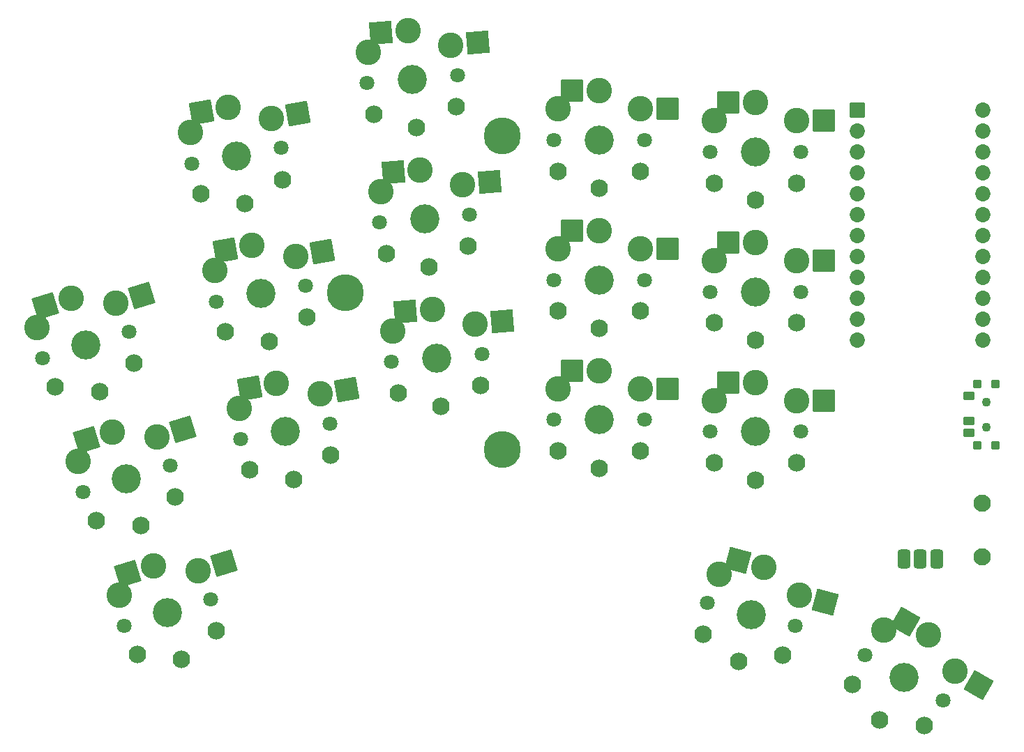
<source format=gbs>
%TF.GenerationSoftware,KiCad,Pcbnew,(6.0.4)*%
%TF.CreationDate,2022-05-01T21:13:42+02:00*%
%TF.ProjectId,batta,62617474-612e-46b6-9963-61645f706362,v1.0.0*%
%TF.SameCoordinates,Original*%
%TF.FileFunction,Soldermask,Bot*%
%TF.FilePolarity,Negative*%
%FSLAX46Y46*%
G04 Gerber Fmt 4.6, Leading zero omitted, Abs format (unit mm)*
G04 Created by KiCad (PCBNEW (6.0.4)) date 2022-05-01 21:13:42*
%MOMM*%
%LPD*%
G01*
G04 APERTURE LIST*
G04 Aperture macros list*
%AMRoundRect*
0 Rectangle with rounded corners*
0 $1 Rounding radius*
0 $2 $3 $4 $5 $6 $7 $8 $9 X,Y pos of 4 corners*
0 Add a 4 corners polygon primitive as box body*
4,1,4,$2,$3,$4,$5,$6,$7,$8,$9,$2,$3,0*
0 Add four circle primitives for the rounded corners*
1,1,$1+$1,$2,$3*
1,1,$1+$1,$4,$5*
1,1,$1+$1,$6,$7*
1,1,$1+$1,$8,$9*
0 Add four rect primitives between the rounded corners*
20,1,$1+$1,$2,$3,$4,$5,0*
20,1,$1+$1,$4,$5,$6,$7,0*
20,1,$1+$1,$6,$7,$8,$9,0*
20,1,$1+$1,$8,$9,$2,$3,0*%
G04 Aperture macros list end*
%ADD10C,1.852600*%
%ADD11RoundRect,0.050000X-0.876300X0.876300X-0.876300X-0.876300X0.876300X-0.876300X0.876300X0.876300X0*%
%ADD12RoundRect,0.425000X-0.375000X-0.750000X0.375000X-0.750000X0.375000X0.750000X-0.375000X0.750000X0*%
%ADD13C,2.100000*%
%ADD14C,3.100000*%
%ADD15C,1.801800*%
%ADD16C,3.529000*%
%ADD17RoundRect,0.050000X-1.054507X-1.505993X1.505993X-1.054507X1.054507X1.505993X-1.505993X1.054507X0*%
%ADD18C,2.132000*%
%ADD19RoundRect,0.050000X-1.181751X-1.408356X1.408356X-1.181751X1.181751X1.408356X-1.408356X1.181751X0*%
%ADD20RoundRect,0.050000X-1.300000X-1.300000X1.300000X-1.300000X1.300000X1.300000X-1.300000X1.300000X0*%
%ADD21RoundRect,0.050000X-1.775833X-0.475833X0.475833X-1.775833X1.775833X0.475833X-0.475833X1.775833X0*%
%ADD22RoundRect,0.050000X-0.450000X0.450000X-0.450000X-0.450000X0.450000X-0.450000X0.450000X0.450000X0*%
%ADD23C,1.100000*%
%ADD24RoundRect,0.050000X-0.625000X0.450000X-0.625000X-0.450000X0.625000X-0.450000X0.625000X0.450000X0*%
%ADD25RoundRect,0.050000X-0.863113X-1.623279X1.623279X-0.863113X0.863113X1.623279X-1.623279X0.863113X0*%
%ADD26C,4.500000*%
%ADD27RoundRect,0.050000X-1.592168X-0.919239X0.919239X-1.592168X1.592168X0.919239X-0.919239X1.592168X0*%
G04 APERTURE END LIST*
D10*
%TO.C,MCU1*%
X162031087Y82346483D03*
X162031087Y84886483D03*
X162031087Y87426483D03*
X162031087Y89966483D03*
X162031087Y92506483D03*
X162031087Y95046483D03*
X162031087Y97586483D03*
X162031087Y100126483D03*
X162031087Y102666483D03*
X162031087Y105206483D03*
X162031087Y107746483D03*
X162031087Y110286483D03*
X146791087Y82346483D03*
X146791087Y84886483D03*
X146791087Y87426483D03*
X146791087Y89966483D03*
X146791087Y92506483D03*
X146791087Y95046483D03*
X146791087Y97586483D03*
X146791087Y100126483D03*
X146791087Y102666483D03*
X146791087Y105206483D03*
X146791087Y107746483D03*
D11*
X146791087Y110286483D03*
%TD*%
D12*
%TO.C,PAD1*%
X152411087Y55816483D03*
X156411087Y55816483D03*
X154411087Y55816483D03*
%TD*%
D13*
%TO.C,B1*%
X161911087Y56066483D03*
X161911087Y62566483D03*
%TD*%
D14*
%TO.C,S11*%
X75659968Y109306337D03*
X70353903Y110604673D03*
X70353903Y110604673D03*
D15*
X65970667Y103790002D03*
D14*
X65811891Y107569855D03*
D16*
X71387110Y104745067D03*
D15*
X76803553Y105700132D03*
D17*
X67128658Y110035975D03*
X78885213Y109875035D03*
%TD*%
D15*
%TO.C,S34*%
X157191785Y38610213D03*
D16*
X152428645Y41360213D03*
D15*
X147665505Y44110213D03*
D18*
X146198518Y40569316D03*
X154858772Y35569316D03*
X149478645Y36250663D03*
X149478645Y36250663D03*
%TD*%
D16*
%TO.C,S15*%
X94221643Y97114167D03*
D15*
X99700714Y97593524D03*
D14*
X98875782Y101285676D03*
X93703066Y103041525D03*
X93703066Y103041525D03*
X88913835Y100414118D03*
D15*
X88742572Y96634810D03*
D19*
X90440529Y102756090D03*
X102138320Y101571111D03*
%TD*%
D14*
%TO.C,S21*%
X115411087Y95636017D03*
D15*
X109911087Y89686017D03*
D14*
X115411087Y95636017D03*
X120411087Y93436017D03*
D15*
X120911087Y89686017D03*
D14*
X110411087Y93436017D03*
D16*
X115411087Y89686017D03*
D20*
X112136087Y95636017D03*
X123686087Y93436017D03*
%TD*%
D15*
%TO.C,S8*%
X71874705Y70306538D03*
X82707591Y72216668D03*
D16*
X77291148Y71261603D03*
D18*
X73026972Y66651093D03*
X82875050Y68387574D03*
X78315672Y65451237D03*
X78315672Y65451237D03*
%TD*%
D16*
%TO.C,S14*%
X95703291Y80178857D03*
D15*
X101182362Y80658214D03*
X90224220Y79699500D03*
D18*
X91053509Y75957538D03*
X101015456Y76829096D03*
X96217510Y74301308D03*
X96217510Y74301308D03*
%TD*%
D16*
%TO.C,S20*%
X115411087Y72686017D03*
D15*
X109911087Y72686017D03*
X120911087Y72686017D03*
D18*
X120411087Y68886017D03*
X110411087Y68886017D03*
X115411087Y66786017D03*
X115411087Y66786017D03*
%TD*%
D15*
%TO.C,S28*%
X128877759Y88246289D03*
X139877759Y88246289D03*
D16*
X134377759Y88246289D03*
D18*
X129377759Y84446289D03*
X139377759Y84446289D03*
X134377759Y82346289D03*
X134377759Y82346289D03*
%TD*%
D16*
%TO.C,S26*%
X134377759Y71246289D03*
D15*
X128877759Y71246289D03*
X139877759Y71246289D03*
D18*
X129377759Y67446289D03*
X139377759Y67446289D03*
X134377759Y65346289D03*
X134377759Y65346289D03*
%TD*%
D14*
%TO.C,S29*%
X134377759Y111196289D03*
X134377759Y111196289D03*
D15*
X139877759Y105246289D03*
D16*
X134377759Y105246289D03*
D14*
X139377759Y108996289D03*
X129377759Y108996289D03*
D15*
X128877759Y105246289D03*
D20*
X131102759Y111196289D03*
X142652759Y108996289D03*
%TD*%
D16*
%TO.C,S33*%
X152428645Y41360213D03*
D14*
X155403645Y46513064D03*
X149973518Y47107808D03*
D15*
X147665505Y44110213D03*
D14*
X155403645Y46513064D03*
X158633772Y42107808D03*
D15*
X157191785Y38610213D03*
D21*
X152567412Y48150564D03*
X161470005Y40470308D03*
%TD*%
D14*
%TO.C,S7*%
X71715929Y74086391D03*
X81564006Y75822873D03*
X76257941Y77121209D03*
D15*
X71874705Y70306538D03*
D14*
X76257941Y77121209D03*
D15*
X82707591Y72216668D03*
D16*
X77291148Y71261603D03*
D17*
X73032696Y76552511D03*
X84789251Y76391571D03*
%TD*%
D15*
%TO.C,S2*%
X57770005Y47649137D03*
D16*
X63029681Y49257181D03*
D15*
X68289357Y50865225D03*
D18*
X59359170Y44161364D03*
X68922217Y47085081D03*
X64754674Y43614983D03*
X64754674Y43614983D03*
%TD*%
D22*
%TO.C,T2*%
X163511087Y69616483D03*
X163511087Y77016483D03*
X161311087Y69616483D03*
X161311087Y77016483D03*
D23*
X162411087Y74816483D03*
X162411087Y71816483D03*
D24*
X160336087Y75566483D03*
X160336087Y72566483D03*
X160336087Y71066483D03*
%TD*%
D15*
%TO.C,S1*%
X68289357Y50865225D03*
D14*
X66714811Y54305182D03*
X61290069Y54947194D03*
X61290069Y54947194D03*
D16*
X63029681Y49257181D03*
D14*
X57151763Y51381465D03*
D15*
X57770005Y47649137D03*
D25*
X58158171Y53989677D03*
X69846709Y55262700D03*
%TD*%
D16*
%TO.C,S5*%
X53089043Y81771543D03*
D15*
X58348719Y83379587D03*
D14*
X51349431Y87461556D03*
X51349431Y87461556D03*
D15*
X47829367Y80163499D03*
D14*
X47211125Y83895827D03*
X56774173Y86819544D03*
D25*
X48217533Y86504039D03*
X59906071Y87777062D03*
%TD*%
D14*
%TO.C,S27*%
X129377759Y91996289D03*
D15*
X139877759Y88246289D03*
D16*
X134377759Y88246289D03*
D14*
X139377759Y91996289D03*
X134377759Y94196289D03*
X134377759Y94196289D03*
D15*
X128877759Y88246289D03*
D20*
X131102759Y94196289D03*
X142652759Y91996289D03*
%TD*%
D14*
%TO.C,S9*%
X68763910Y90828123D03*
D16*
X74339129Y88003335D03*
D14*
X73305922Y93862941D03*
X78611987Y92564605D03*
D15*
X68922686Y87048270D03*
D14*
X73305922Y93862941D03*
D15*
X79755572Y88958400D03*
D17*
X70080677Y93294243D03*
X81837232Y93133303D03*
%TD*%
D15*
%TO.C,S16*%
X99700714Y97593524D03*
D16*
X94221643Y97114167D03*
D15*
X88742572Y96634810D03*
D18*
X99533808Y93764406D03*
X89571861Y92892848D03*
X94735862Y91236618D03*
X94735862Y91236618D03*
%TD*%
D15*
%TO.C,S30*%
X139877759Y105246289D03*
X128877759Y105246289D03*
D16*
X134377759Y105246289D03*
D18*
X139377759Y101446289D03*
X129377759Y101446289D03*
X134377759Y99346289D03*
X134377759Y99346289D03*
%TD*%
D15*
%TO.C,S13*%
X90224220Y79699500D03*
X101182362Y80658214D03*
D16*
X95703291Y80178857D03*
D14*
X95184714Y86106215D03*
X100357430Y84350366D03*
X95184714Y86106215D03*
X90395483Y83478808D03*
D19*
X91922177Y85820780D03*
X103619968Y84635801D03*
%TD*%
D15*
%TO.C,S24*%
X109911087Y106686017D03*
X120911087Y106686017D03*
D16*
X115411087Y106686017D03*
D18*
X110411087Y102886017D03*
X120411087Y102886017D03*
X115411087Y100786017D03*
X115411087Y100786017D03*
%TD*%
D15*
%TO.C,S17*%
X87260925Y113570120D03*
D16*
X92739996Y114049477D03*
D15*
X98219067Y114528834D03*
D14*
X87432188Y117349428D03*
X97394135Y118220986D03*
X92221419Y119976835D03*
X92221419Y119976835D03*
D19*
X88958882Y119691400D03*
X100656673Y118506421D03*
%TD*%
D15*
%TO.C,S4*%
X52799686Y63906318D03*
X63319038Y67122406D03*
D16*
X58059362Y65514362D03*
D18*
X54388851Y60418545D03*
X63951898Y63342262D03*
X59784355Y59872164D03*
X59784355Y59872164D03*
%TD*%
D15*
%TO.C,S10*%
X79755572Y88958400D03*
X68922686Y87048270D03*
D16*
X74339129Y88003335D03*
D18*
X70074953Y83392825D03*
X79923031Y85129306D03*
X75363653Y82192969D03*
X75363653Y82192969D03*
%TD*%
D26*
%TO.C,REF\u002A\u002A*%
X84582000Y88138000D03*
X103632000Y107188000D03*
X103632000Y69088000D03*
%TD*%
D15*
%TO.C,S22*%
X109911087Y89686017D03*
X120911087Y89686017D03*
D16*
X115411087Y89686017D03*
D18*
X110411087Y85886017D03*
X120411087Y85886017D03*
X115411087Y83786017D03*
X115411087Y83786017D03*
%TD*%
D16*
%TO.C,S31*%
X133891046Y49038738D03*
D15*
X128578454Y50462243D03*
D14*
X135431019Y54785997D03*
X139691247Y51366865D03*
X135431019Y54785997D03*
X130031988Y53955055D03*
D15*
X139203638Y47615233D03*
D27*
X132267612Y55633629D03*
X142854654Y50519232D03*
%TD*%
D15*
%TO.C,S3*%
X52799686Y63906318D03*
D14*
X52181444Y67638646D03*
D16*
X58059362Y65514362D03*
D14*
X61744492Y70562363D03*
X56319750Y71204375D03*
X56319750Y71204375D03*
D15*
X63319038Y67122406D03*
D25*
X53187852Y70246858D03*
X64876390Y71519881D03*
%TD*%
D15*
%TO.C,S32*%
X139203638Y47615233D03*
D16*
X133891046Y49038738D03*
D15*
X128578454Y50462243D03*
D18*
X137737163Y44074125D03*
X128077904Y46662315D03*
X132364014Y43339776D03*
X132364014Y43339776D03*
%TD*%
D16*
%TO.C,S12*%
X71387110Y104745067D03*
D15*
X65970667Y103790002D03*
X76803553Y105700132D03*
D18*
X76971012Y101871038D03*
X67122934Y100134557D03*
X72411634Y98934701D03*
X72411634Y98934701D03*
%TD*%
D16*
%TO.C,S23*%
X115411087Y106686017D03*
D15*
X120911087Y106686017D03*
D14*
X115411087Y112636017D03*
X115411087Y112636017D03*
X110411087Y110436017D03*
X120411087Y110436017D03*
D15*
X109911087Y106686017D03*
D20*
X112136087Y112636017D03*
X123686087Y110436017D03*
%TD*%
D14*
%TO.C,S25*%
X134377759Y77196289D03*
D16*
X134377759Y71246289D03*
D14*
X129377759Y74996289D03*
D15*
X139877759Y71246289D03*
D14*
X134377759Y77196289D03*
X139377759Y74996289D03*
D15*
X128877759Y71246289D03*
D20*
X131102759Y77196289D03*
X142652759Y74996289D03*
%TD*%
D15*
%TO.C,S6*%
X47829367Y80163499D03*
X58348719Y83379587D03*
D16*
X53089043Y81771543D03*
D18*
X49418532Y76675726D03*
X58981579Y79599443D03*
X54814036Y76129345D03*
X54814036Y76129345D03*
%TD*%
D16*
%TO.C,S19*%
X115411087Y72686017D03*
D14*
X115411087Y78636017D03*
X110411087Y76436017D03*
D15*
X120911087Y72686017D03*
X109911087Y72686017D03*
D14*
X120411087Y76436017D03*
X115411087Y78636017D03*
D20*
X112136087Y78636017D03*
X123686087Y76436017D03*
%TD*%
D15*
%TO.C,S18*%
X98219067Y114528834D03*
D16*
X92739996Y114049477D03*
D15*
X87260925Y113570120D03*
D18*
X88090214Y109828158D03*
X98052161Y110699716D03*
X93254215Y108171928D03*
X93254215Y108171928D03*
%TD*%
M02*

</source>
